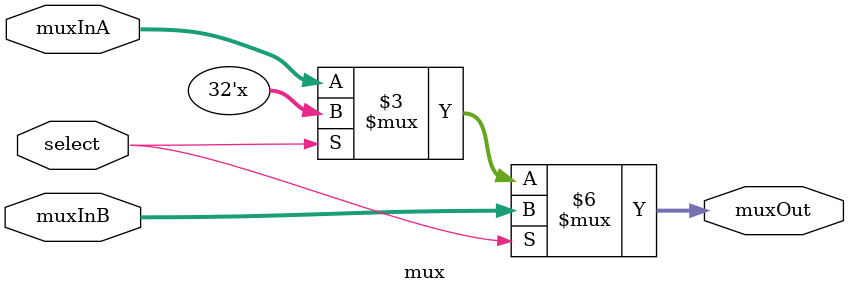
<source format=v>
module mux(
input [31:0] muxInA,
input [31:0] muxInB,
input select,
output reg [31:0] muxOut
);
always @(muxInA or muxInB or select) begin
if(select)
muxOut <= muxInB;
else if(~select)
muxOut <= muxInA;
end

endmodule 
</source>
